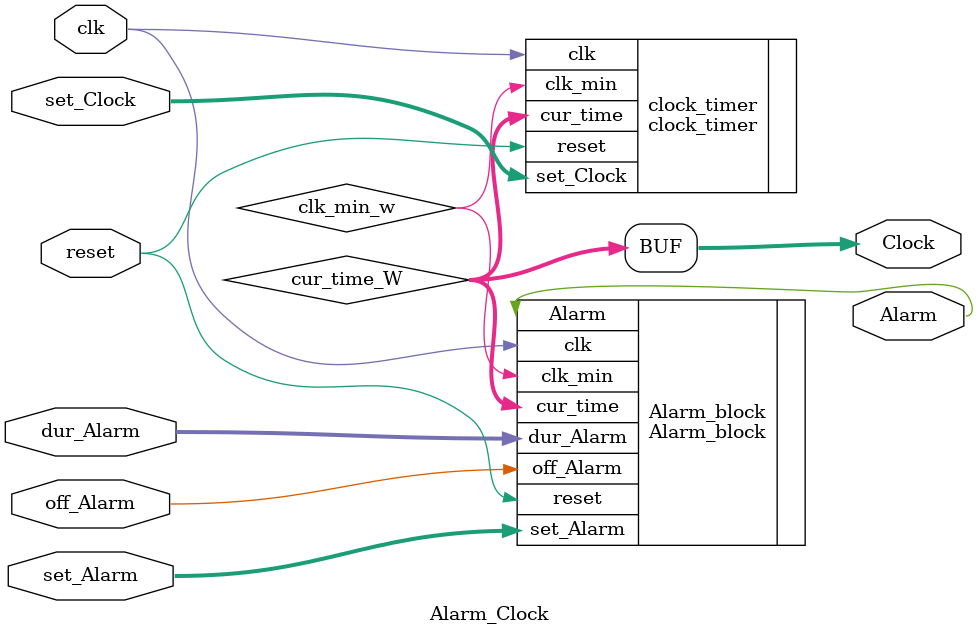
<source format=v>
`include "clock_timer.v"
`include "Alarm_block.v"


module Alarm_Clock (
    input [15:0] set_Clock,
    input [15:0] set_Alarm,                   
    input clk,               // 1 KHz Clock 
    input reset,
    input off_Alarm,
    input [3:0] dur_Alarm,                          
    output [15:0] Clock,
    output wire Alarm  
 );



wire [15:0]cur_time_W;
assign Clock = cur_time_W;

wire clk_min_w;

clock_timer clock_timer (.set_Clock(set_Clock),.clk(clk),.reset(reset),.cur_time(cur_time_W),.clk_min(clk_min_w));

Alarm_block Alarm_block (.set_Alarm(set_Alarm),.cur_time(cur_time_W),.clk(clk),.reset(reset),.off_Alarm(off_Alarm),
                    .dur_Alarm(dur_Alarm),.Alarm(Alarm),.clk_min(clk_min_w));



    
endmodule
</source>
